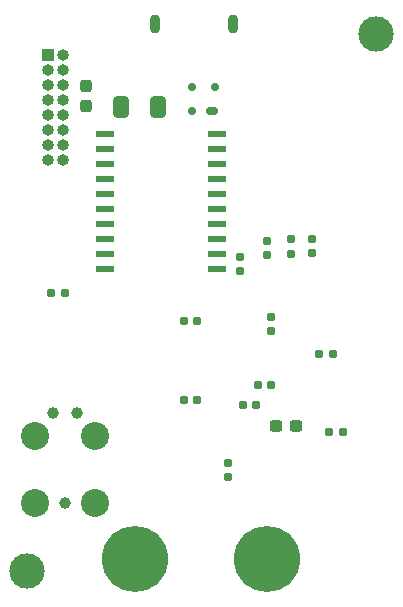
<source format=gbr>
%TF.GenerationSoftware,KiCad,Pcbnew,8.0.6*%
%TF.CreationDate,2024-11-04T10:19:55-08:00*%
%TF.ProjectId,USB_SPDTK2,5553425f-5350-4445-944b-322e6b696361,rev?*%
%TF.SameCoordinates,Original*%
%TF.FileFunction,Soldermask,Bot*%
%TF.FilePolarity,Negative*%
%FSLAX46Y46*%
G04 Gerber Fmt 4.6, Leading zero omitted, Abs format (unit mm)*
G04 Created by KiCad (PCBNEW 8.0.6) date 2024-11-04 10:19:55*
%MOMM*%
%LPD*%
G01*
G04 APERTURE LIST*
G04 Aperture macros list*
%AMRoundRect*
0 Rectangle with rounded corners*
0 $1 Rounding radius*
0 $2 $3 $4 $5 $6 $7 $8 $9 X,Y pos of 4 corners*
0 Add a 4 corners polygon primitive as box body*
4,1,4,$2,$3,$4,$5,$6,$7,$8,$9,$2,$3,0*
0 Add four circle primitives for the rounded corners*
1,1,$1+$1,$2,$3*
1,1,$1+$1,$4,$5*
1,1,$1+$1,$6,$7*
1,1,$1+$1,$8,$9*
0 Add four rect primitives between the rounded corners*
20,1,$1+$1,$2,$3,$4,$5,0*
20,1,$1+$1,$4,$5,$6,$7,0*
20,1,$1+$1,$6,$7,$8,$9,0*
20,1,$1+$1,$8,$9,$2,$3,0*%
G04 Aperture macros list end*
%ADD10R,1.000000X1.000000*%
%ADD11O,1.000000X1.000000*%
%ADD12C,3.600000*%
%ADD13C,5.600000*%
%ADD14C,2.374900*%
%ADD15C,0.990600*%
%ADD16O,0.900000X1.600000*%
%ADD17RoundRect,0.160000X-0.197500X-0.160000X0.197500X-0.160000X0.197500X0.160000X-0.197500X0.160000X0*%
%ADD18RoundRect,0.155000X0.212500X0.155000X-0.212500X0.155000X-0.212500X-0.155000X0.212500X-0.155000X0*%
%ADD19RoundRect,0.155000X-0.212500X-0.155000X0.212500X-0.155000X0.212500X0.155000X-0.212500X0.155000X0*%
%ADD20RoundRect,0.237500X-0.237500X0.300000X-0.237500X-0.300000X0.237500X-0.300000X0.237500X0.300000X0*%
%ADD21RoundRect,0.175000X0.325000X-0.175000X0.325000X0.175000X-0.325000X0.175000X-0.325000X-0.175000X0*%
%ADD22RoundRect,0.150000X0.150000X-0.200000X0.150000X0.200000X-0.150000X0.200000X-0.150000X-0.200000X0*%
%ADD23RoundRect,0.160000X0.160000X-0.197500X0.160000X0.197500X-0.160000X0.197500X-0.160000X-0.197500X0*%
%ADD24RoundRect,0.237500X0.300000X0.237500X-0.300000X0.237500X-0.300000X-0.237500X0.300000X-0.237500X0*%
%ADD25RoundRect,0.155000X-0.155000X0.212500X-0.155000X-0.212500X0.155000X-0.212500X0.155000X0.212500X0*%
%ADD26C,3.000000*%
%ADD27RoundRect,0.250000X-0.412500X-0.650000X0.412500X-0.650000X0.412500X0.650000X-0.412500X0.650000X0*%
%ADD28RoundRect,0.160000X0.197500X0.160000X-0.197500X0.160000X-0.197500X-0.160000X0.197500X-0.160000X0*%
%ADD29R,1.500000X0.600000*%
G04 APERTURE END LIST*
D10*
%TO.C,J3*%
X111675000Y-67750000D03*
D11*
X112945000Y-67750000D03*
X111675000Y-69020000D03*
X112945000Y-69020000D03*
X111675000Y-70290000D03*
X112945000Y-70290000D03*
X111675000Y-71560000D03*
X112945000Y-71560000D03*
X111675000Y-72830000D03*
X112945000Y-72830000D03*
X111675000Y-74100000D03*
X112945000Y-74100000D03*
X111675000Y-75370000D03*
X112945000Y-75370000D03*
X111675000Y-76640000D03*
X112945000Y-76640000D03*
%TD*%
D12*
%TO.C,H1*%
X119012000Y-110500000D03*
D13*
X119012000Y-110500000D03*
%TD*%
D14*
%TO.C,J2*%
X110525000Y-105740000D03*
D15*
X113065000Y-105740000D03*
D14*
X115605000Y-105740000D03*
X110525000Y-100025000D03*
X115605000Y-100025000D03*
D15*
X112049000Y-98120000D03*
X114081000Y-98120000D03*
%TD*%
D12*
%TO.C,H2*%
X130188000Y-110500000D03*
D13*
X130188000Y-110500000D03*
%TD*%
D16*
%TO.C,J1*%
X127300000Y-65125000D03*
X120700000Y-65125000D03*
%TD*%
D17*
%TO.C,R9*%
X135402500Y-99700000D03*
X136597500Y-99700000D03*
%TD*%
D18*
%TO.C,C11*%
X130535000Y-95700000D03*
X129400000Y-95700000D03*
%TD*%
D19*
%TO.C,C10*%
X123132500Y-97000000D03*
X124267500Y-97000000D03*
%TD*%
D18*
%TO.C,C9*%
X124267500Y-90300000D03*
X123132500Y-90300000D03*
%TD*%
D20*
%TO.C,C14*%
X114900000Y-70400000D03*
X114900000Y-72125000D03*
%TD*%
D21*
%TO.C,D2*%
X125550000Y-72500000D03*
D22*
X123850000Y-72500000D03*
X123850000Y-70500000D03*
X125750000Y-70500000D03*
%TD*%
D18*
%TO.C,C13*%
X129267500Y-97400000D03*
X128132500Y-97400000D03*
%TD*%
D23*
%TO.C,R18*%
X130500000Y-91197500D03*
X130500000Y-90002500D03*
%TD*%
D24*
%TO.C,FB1*%
X132662500Y-99200000D03*
X130937500Y-99200000D03*
%TD*%
D25*
%TO.C,C16*%
X127900000Y-84900000D03*
X127900000Y-86035000D03*
%TD*%
D26*
%TO.C,FID3*%
X109900000Y-111500000D03*
%TD*%
D27*
%TO.C,C21*%
X117837500Y-72200000D03*
X120962500Y-72200000D03*
%TD*%
D23*
%TO.C,R15*%
X130200000Y-84697500D03*
X130200000Y-83502500D03*
%TD*%
D28*
%TO.C,R12*%
X113095000Y-87900000D03*
X111900000Y-87900000D03*
%TD*%
D23*
%TO.C,R14*%
X132200000Y-84597500D03*
X132200000Y-83402500D03*
%TD*%
D29*
%TO.C,U3*%
X116450000Y-85915000D03*
X116450000Y-84645000D03*
X116450000Y-83375000D03*
X116450000Y-82105000D03*
X116450000Y-80835000D03*
X116450000Y-79565000D03*
X116450000Y-78295000D03*
X116450000Y-77025000D03*
X116450000Y-75755000D03*
X116450000Y-74485000D03*
X125950000Y-74485000D03*
X125950000Y-75755000D03*
X125950000Y-77025000D03*
X125950000Y-78295000D03*
X125950000Y-79565000D03*
X125950000Y-80835000D03*
X125950000Y-82105000D03*
X125950000Y-83375000D03*
X125950000Y-84645000D03*
X125950000Y-85915000D03*
%TD*%
D23*
%TO.C,R11*%
X126900000Y-103497500D03*
X126900000Y-102302500D03*
%TD*%
D17*
%TO.C,R17*%
X134602500Y-93100000D03*
X135797500Y-93100000D03*
%TD*%
D23*
%TO.C,R13*%
X134000000Y-84572500D03*
X134000000Y-83377500D03*
%TD*%
D26*
%TO.C,FID4*%
X139400000Y-66000000D03*
%TD*%
M02*

</source>
